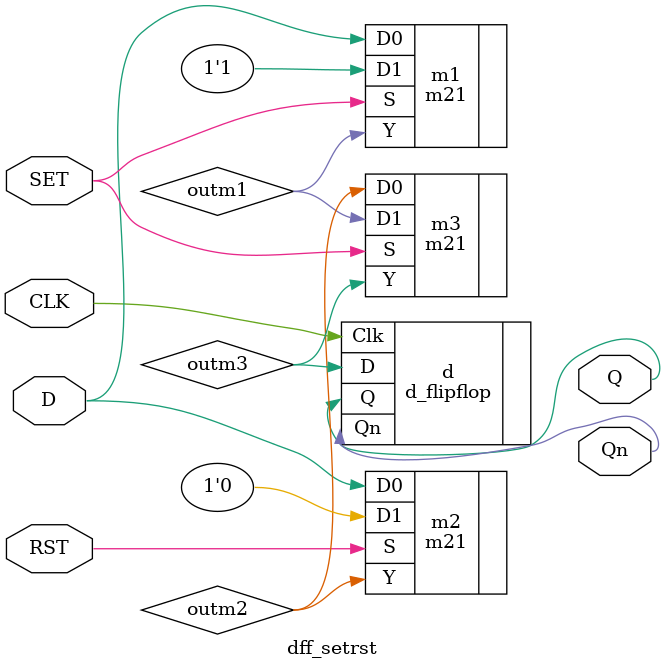
<source format=v>
module dff_setrst(Q,Qn,D,SET,RST,CLK);
	output Q,Qn;
	input D,SET,RST,CLK;
	wire outm1,outm2,outm3;
	m21 m1(.Y(outm1),.D0(D),.D1(1'b1),.S(SET));
	m21 m2(.Y(outm2),.D0(D),.D1(1'b0),.S(RST));
	m21 m3(.Y(outm3),.D0(outm2),.D1(outm1),.S(SET));
	d_flipflop d(.Q(Q),.Qn(Qn),.D(outm3),.Clk(CLK));
endmodule

</source>
